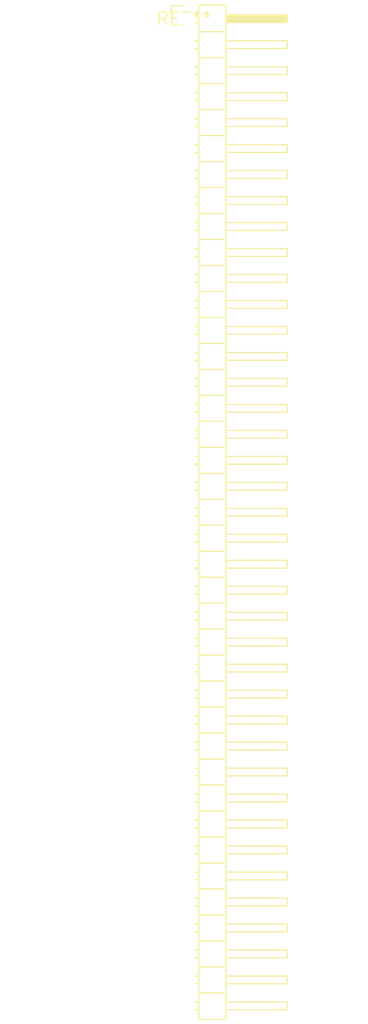
<source format=kicad_pcb>
(kicad_pcb (version 20240108) (generator pcbnew)
  (layers (0 "F.Cu" signal) (31 "B.Cu" signal) (34 "B.Paste" user) (35 "F.Paste" user) (36 "B.SilkS" user "B.Silkscreen") (37 "F.SilkS" user "F.Silkscreen") (38 "B.Mask" user) (39 "F.Mask" user) (44 "Edge.Cuts" user))
  (net 0 "")
  (footprint "PinHeader_1x39_P2.54mm_Horizontal" (layer "F.Cu") (at 0 0)
    (property "Reference" "REF**")
    (property "Value" "PinHeader_1x39_P2.54mm_Horizontal")
    (fp_line (start -1.27 -1.27) (end 0 -1.27) (layer "F.SilkS") (stroke (width 0.12)))
    (fp_line (start -1.27 0) (end -1.27 -1.27) (layer "F.SilkS") (stroke (width 0.12)))
    (fp_line (start 1.042929 2.16) (end 1.44 2.16) (layer "F.SilkS") (stroke (width 0.12)))
    (fp_line (start 1.042929 2.92) (end 1.44 2.92) (layer "F.SilkS") (stroke (width 0.12)))
    (fp_line (start 1.042929 4.7) (end 1.44 4.7) (layer "F.SilkS") (stroke (width 0.12)))
    (fp_line (start 1.042929 5.46) (end 1.44 5.46) (layer "F.SilkS") (stroke (width 0.12)))
    (fp_line (start 1.042929 7.24) (end 1.44 7.24) (layer "F.SilkS") (stroke (width 0.12)))
    (fp_line (start 1.042929 8) (end 1.44 8) (layer "F.SilkS") (stroke (width 0.12)))
    (fp_line (start 1.042929 9.78) (end 1.44 9.78) (layer "F.SilkS") (stroke (width 0.12)))
    (fp_line (start 1.042929 10.54) (end 1.44 10.54) (layer "F.SilkS") (stroke (width 0.12)))
    (fp_line (start 1.042929 12.32) (end 1.44 12.32) (layer "F.SilkS") (stroke (width 0.12)))
    (fp_line (start 1.042929 13.08) (end 1.44 13.08) (layer "F.SilkS") (stroke (width 0.12)))
    (fp_line (start 1.042929 14.86) (end 1.44 14.86) (layer "F.SilkS") (stroke (width 0.12)))
    (fp_line (start 1.042929 15.62) (end 1.44 15.62) (layer "F.SilkS") (stroke (width 0.12)))
    (fp_line (start 1.042929 17.4) (end 1.44 17.4) (layer "F.SilkS") (stroke (width 0.12)))
    (fp_line (start 1.042929 18.16) (end 1.44 18.16) (layer "F.SilkS") (stroke (width 0.12)))
    (fp_line (start 1.042929 19.94) (end 1.44 19.94) (layer "F.SilkS") (stroke (width 0.12)))
    (fp_line (start 1.042929 20.7) (end 1.44 20.7) (layer "F.SilkS") (stroke (width 0.12)))
    (fp_line (start 1.042929 22.48) (end 1.44 22.48) (layer "F.SilkS") (stroke (width 0.12)))
    (fp_line (start 1.042929 23.24) (end 1.44 23.24) (layer "F.SilkS") (stroke (width 0.12)))
    (fp_line (start 1.042929 25.02) (end 1.44 25.02) (layer "F.SilkS") (stroke (width 0.12)))
    (fp_line (start 1.042929 25.78) (end 1.44 25.78) (layer "F.SilkS") (stroke (width 0.12)))
    (fp_line (start 1.042929 27.56) (end 1.44 27.56) (layer "F.SilkS") (stroke (width 0.12)))
    (fp_line (start 1.042929 28.32) (end 1.44 28.32) (layer "F.SilkS") (stroke (width 0.12)))
    (fp_line (start 1.042929 30.1) (end 1.44 30.1) (layer "F.SilkS") (stroke (width 0.12)))
    (fp_line (start 1.042929 30.86) (end 1.44 30.86) (layer "F.SilkS") (stroke (width 0.12)))
    (fp_line (start 1.042929 32.64) (end 1.44 32.64) (layer "F.SilkS") (stroke (width 0.12)))
    (fp_line (start 1.042929 33.4) (end 1.44 33.4) (layer "F.SilkS") (stroke (width 0.12)))
    (fp_line (start 1.042929 35.18) (end 1.44 35.18) (layer "F.SilkS") (stroke (width 0.12)))
    (fp_line (start 1.042929 35.94) (end 1.44 35.94) (layer "F.SilkS") (stroke (width 0.12)))
    (fp_line (start 1.042929 37.72) (end 1.44 37.72) (layer "F.SilkS") (stroke (width 0.12)))
    (fp_line (start 1.042929 38.48) (end 1.44 38.48) (layer "F.SilkS") (stroke (width 0.12)))
    (fp_line (start 1.042929 40.26) (end 1.44 40.26) (layer "F.SilkS") (stroke (width 0.12)))
    (fp_line (start 1.042929 41.02) (end 1.44 41.02) (layer "F.SilkS") (stroke (width 0.12)))
    (fp_line (start 1.042929 42.8) (end 1.44 42.8) (layer "F.SilkS") (stroke (width 0.12)))
    (fp_line (start 1.042929 43.56) (end 1.44 43.56) (layer "F.SilkS") (stroke (width 0.12)))
    (fp_line (start 1.042929 45.34) (end 1.44 45.34) (layer "F.SilkS") (stroke (width 0.12)))
    (fp_line (start 1.042929 46.1) (end 1.44 46.1) (layer "F.SilkS") (stroke (width 0.12)))
    (fp_line (start 1.042929 47.88) (end 1.44 47.88) (layer "F.SilkS") (stroke (width 0.12)))
    (fp_line (start 1.042929 48.64) (end 1.44 48.64) (layer "F.SilkS") (stroke (width 0.12)))
    (fp_line (start 1.042929 50.42) (end 1.44 50.42) (layer "F.SilkS") (stroke (width 0.12)))
    (fp_line (start 1.042929 51.18) (end 1.44 51.18) (layer "F.SilkS") (stroke (width 0.12)))
    (fp_line (start 1.042929 52.96) (end 1.44 52.96) (layer "F.SilkS") (stroke (width 0.12)))
    (fp_line (start 1.042929 53.72) (end 1.44 53.72) (layer "F.SilkS") (stroke (width 0.12)))
    (fp_line (start 1.042929 55.5) (end 1.44 55.5) (layer "F.SilkS") (stroke (width 0.12)))
    (fp_line (start 1.042929 56.26) (end 1.44 56.26) (layer "F.SilkS") (stroke (width 0.12)))
    (fp_line (start 1.042929 58.04) (end 1.44 58.04) (layer "F.SilkS") (stroke (width 0.12)))
    (fp_line (start 1.042929 58.8) (end 1.44 58.8) (layer "F.SilkS") (stroke (width 0.12)))
    (fp_line (start 1.042929 60.58) (end 1.44 60.58) (layer "F.SilkS") (stroke (width 0.12)))
    (fp_line (start 1.042929 61.34) (end 1.44 61.34) (layer "F.SilkS") (stroke (width 0.12)))
    (fp_line (start 1.042929 63.12) (end 1.44 63.12) (layer "F.SilkS") (stroke (width 0.12)))
    (fp_line (start 1.042929 63.88) (end 1.44 63.88) (layer "F.SilkS") (stroke (width 0.12)))
    (fp_line (start 1.042929 65.66) (end 1.44 65.66) (layer "F.SilkS") (stroke (width 0.12)))
    (fp_line (start 1.042929 66.42) (end 1.44 66.42) (layer "F.SilkS") (stroke (width 0.12)))
    (fp_line (start 1.042929 68.2) (end 1.44 68.2) (layer "F.SilkS") (stroke (width 0.12)))
    (fp_line (start 1.042929 68.96) (end 1.44 68.96) (layer "F.SilkS") (stroke (width 0.12)))
    (fp_line (start 1.042929 70.74) (end 1.44 70.74) (layer "F.SilkS") (stroke (width 0.12)))
    (fp_line (start 1.042929 71.5) (end 1.44 71.5) (layer "F.SilkS") (stroke (width 0.12)))
    (fp_line (start 1.042929 73.28) (end 1.44 73.28) (layer "F.SilkS") (stroke (width 0.12)))
    (fp_line (start 1.042929 74.04) (end 1.44 74.04) (layer "F.SilkS") (stroke (width 0.12)))
    (fp_line (start 1.042929 75.82) (end 1.44 75.82) (layer "F.SilkS") (stroke (width 0.12)))
    (fp_line (start 1.042929 76.58) (end 1.44 76.58) (layer "F.SilkS") (stroke (width 0.12)))
    (fp_line (start 1.042929 78.36) (end 1.44 78.36) (layer "F.SilkS") (stroke (width 0.12)))
    (fp_line (start 1.042929 79.12) (end 1.44 79.12) (layer "F.SilkS") (stroke (width 0.12)))
    (fp_line (start 1.042929 80.9) (end 1.44 80.9) (layer "F.SilkS") (stroke (width 0.12)))
    (fp_line (start 1.042929 81.66) (end 1.44 81.66) (layer "F.SilkS") (stroke (width 0.12)))
    (fp_line (start 1.042929 83.44) (end 1.44 83.44) (layer "F.SilkS") (stroke (width 0.12)))
    (fp_line (start 1.042929 84.2) (end 1.44 84.2) (layer "F.SilkS") (stroke (width 0.12)))
    (fp_line (start 1.042929 85.98) (end 1.44 85.98) (layer "F.SilkS") (stroke (width 0.12)))
    (fp_line (start 1.042929 86.74) (end 1.44 86.74) (layer "F.SilkS") (stroke (width 0.12)))
    (fp_line (start 1.042929 88.52) (end 1.44 88.52) (layer "F.SilkS") (stroke (width 0.12)))
    (fp_line (start 1.042929 89.28) (end 1.44 89.28) (layer "F.SilkS") (stroke (width 0.12)))
    (fp_line (start 1.042929 91.06) (end 1.44 91.06) (layer "F.SilkS") (stroke (width 0.12)))
    (fp_line (start 1.042929 91.82) (end 1.44 91.82) (layer "F.SilkS") (stroke (width 0.12)))
    (fp_line (start 1.042929 93.6) (end 1.44 93.6) (layer "F.SilkS") (stroke (width 0.12)))
    (fp_line (start 1.042929 94.36) (end 1.44 94.36) (layer "F.SilkS") (stroke (width 0.12)))
    (fp_line (start 1.042929 96.14) (end 1.44 96.14) (layer "F.SilkS") (stroke (width 0.12)))
    (fp_line (start 1.042929 96.9) (end 1.44 96.9) (layer "F.SilkS") (stroke (width 0.12)))
    (fp_line (start 1.11 -0.38) (end 1.44 -0.38) (layer "F.SilkS") (stroke (width 0.12)))
    (fp_line (start 1.11 0.38) (end 1.44 0.38) (layer "F.SilkS") (stroke (width 0.12)))
    (fp_line (start 1.44 -1.33) (end 1.44 97.85) (layer "F.SilkS") (stroke (width 0.12)))
    (fp_line (start 1.44 1.27) (end 4.1 1.27) (layer "F.SilkS") (stroke (width 0.12)))
    (fp_line (start 1.44 3.81) (end 4.1 3.81) (layer "F.SilkS") (stroke (width 0.12)))
    (fp_line (start 1.44 6.35) (end 4.1 6.35) (layer "F.SilkS") (stroke (width 0.12)))
    (fp_line (start 1.44 8.89) (end 4.1 8.89) (layer "F.SilkS") (stroke (width 0.12)))
    (fp_line (start 1.44 11.43) (end 4.1 11.43) (layer "F.SilkS") (stroke (width 0.12)))
    (fp_line (start 1.44 13.97) (end 4.1 13.97) (layer "F.SilkS") (stroke (width 0.12)))
    (fp_line (start 1.44 16.51) (end 4.1 16.51) (layer "F.SilkS") (stroke (width 0.12)))
    (fp_line (start 1.44 19.05) (end 4.1 19.05) (layer "F.SilkS") (stroke (width 0.12)))
    (fp_line (start 1.44 21.59) (end 4.1 21.59) (layer "F.SilkS") (stroke (width 0.12)))
    (fp_line (start 1.44 24.13) (end 4.1 24.13) (layer "F.SilkS") (stroke (width 0.12)))
    (fp_line (start 1.44 26.67) (end 4.1 26.67) (layer "F.SilkS") (stroke (width 0.12)))
    (fp_line (start 1.44 29.21) (end 4.1 29.21) (layer "F.SilkS") (stroke (width 0.12)))
    (fp_line (start 1.44 31.75) (end 4.1 31.75) (layer "F.SilkS") (stroke (width 0.12)))
    (fp_line (start 1.44 34.29) (end 4.1 34.29) (layer "F.SilkS") (stroke (width 0.12)))
    (fp_line (start 1.44 36.83) (end 4.1 36.83) (layer "F.SilkS") (stroke (width 0.12)))
    (fp_line (start 1.44 39.37) (end 4.1 39.37) (layer "F.SilkS") (stroke (width 0.12)))
    (fp_line (start 1.44 41.91) (end 4.1 41.91) (layer "F.SilkS") (stroke (width 0.12)))
    (fp_line (start 1.44 44.45) (end 4.1 44.45) (layer "F.SilkS") (stroke (width 0.12)))
    (fp_line (start 1.44 46.99) (end 4.1 46.99) (layer "F.SilkS") (stroke (width 0.12)))
    (fp_line (start 1.44 49.53) (end 4.1 49.53) (layer "F.SilkS") (stroke (width 0.12)))
    (fp_line (start 1.44 52.07) (end 4.1 52.07) (layer "F.SilkS") (stroke (width 0.12)))
    (fp_line (start 1.44 54.61) (end 4.1 54.61) (layer "F.SilkS") (stroke (width 0.12)))
    (fp_line (start 1.44 57.15) (end 4.1 57.15) (layer "F.SilkS") (stroke (width 0.12)))
    (fp_line (start 1.44 59.69) (end 4.1 59.69) (layer "F.SilkS") (stroke (width 0.12)))
    (fp_line (start 1.44 62.23) (end 4.1 62.23) (layer "F.SilkS") (stroke (width 0.12)))
    (fp_line (start 1.44 64.77) (end 4.1 64.77) (layer "F.SilkS") (stroke (width 0.12)))
    (fp_line (start 1.44 67.31) (end 4.1 67.31) (layer "F.SilkS") (stroke (width 0.12)))
    (fp_line (start 1.44 69.85) (end 4.1 69.85) (layer "F.SilkS") (stroke (width 0.12)))
    (fp_line (start 1.44 72.39) (end 4.1 72.39) (layer "F.SilkS") (stroke (width 0.12)))
    (fp_line (start 1.44 74.93) (end 4.1 74.93) (layer "F.SilkS") (stroke (width 0.12)))
    (fp_line (start 1.44 77.47) (end 4.1 77.47) (layer "F.SilkS") (stroke (width 0.12)))
    (fp_line (start 1.44 80.01) (end 4.1 80.01) (layer "F.SilkS") (stroke (width 0.12)))
    (fp_line (start 1.44 82.55) (end 4.1 82.55) (layer "F.SilkS") (stroke (width 0.12)))
    (fp_line (start 1.44 85.09) (end 4.1 85.09) (layer "F.SilkS") (stroke (width 0.12)))
    (fp_line (start 1.44 87.63) (end 4.1 87.63) (layer "F.SilkS") (stroke (width 0.12)))
    (fp_line (start 1.44 90.17) (end 4.1 90.17) (layer "F.SilkS") (stroke (width 0.12)))
    (fp_line (start 1.44 92.71) (end 4.1 92.71) (layer "F.SilkS") (stroke (width 0.12)))
    (fp_line (start 1.44 95.25) (end 4.1 95.25) (layer "F.SilkS") (stroke (width 0.12)))
    (fp_line (start 1.44 97.85) (end 4.1 97.85) (layer "F.SilkS") (stroke (width 0.12)))
    (fp_line (start 4.1 -1.33) (end 1.44 -1.33) (layer "F.SilkS") (stroke (width 0.12)))
    (fp_line (start 4.1 -0.38) (end 10.1 -0.38) (layer "F.SilkS") (stroke (width 0.12)))
    (fp_line (start 4.1 -0.32) (end 10.1 -0.32) (layer "F.SilkS") (stroke (width 0.12)))
    (fp_line (start 4.1 -0.2) (end 10.1 -0.2) (layer "F.SilkS") (stroke (width 0.12)))
    (fp_line (start 4.1 -0.08) (end 10.1 -0.08) (layer "F.SilkS") (stroke (width 0.12)))
    (fp_line (start 4.1 0.04) (end 10.1 0.04) (layer "F.SilkS") (stroke (width 0.12)))
    (fp_line (start 4.1 0.16) (end 10.1 0.16) (layer "F.SilkS") (stroke (width 0.12)))
    (fp_line (start 4.1 0.28) (end 10.1 0.28) (layer "F.SilkS") (stroke (width 0.12)))
    (fp_line (start 4.1 2.16) (end 10.1 2.16) (layer "F.SilkS") (stroke (width 0.12)))
    (fp_line (start 4.1 4.7) (end 10.1 4.7) (layer "F.SilkS") (stroke (width 0.12)))
    (fp_line (start 4.1 7.24) (end 10.1 7.24) (layer "F.SilkS") (stroke (width 0.12)))
    (fp_line (start 4.1 9.78) (end 10.1 9.78) (layer "F.SilkS") (stroke (width 0.12)))
    (fp_line (start 4.1 12.32) (end 10.1 12.32) (layer "F.SilkS") (stroke (width 0.12)))
    (fp_line (start 4.1 14.86) (end 10.1 14.86) (layer "F.SilkS") (stroke (width 0.12)))
    (fp_line (start 4.1 17.4) (end 10.1 17.4) (layer "F.SilkS") (stroke (width 0.12)))
    (fp_line (start 4.1 19.94) (end 10.1 19.94) (layer "F.SilkS") (stroke (width 0.12)))
    (fp_line (start 4.1 22.48) (end 10.1 22.48) (layer "F.SilkS") (stroke (width 0.12)))
    (fp_line (start 4.1 25.02) (end 10.1 25.02) (layer "F.SilkS") (stroke (width 0.12)))
    (fp_line (start 4.1 27.56) (end 10.1 27.56) (layer "F.SilkS") (stroke (width 0.12)))
    (fp_line (start 4.1 30.1) (end 10.1 30.1) (layer "F.SilkS") (stroke (width 0.12)))
    (fp_line (start 4.1 32.64) (end 10.1 32.64) (layer "F.SilkS") (stroke (width 0.12)))
    (fp_line (start 4.1 35.18) (end 10.1 35.18) (layer "F.SilkS") (stroke (width 0.12)))
    (fp_line (start 4.1 37.72) (end 10.1 37.72) (layer "F.SilkS") (stroke (width 0.12)))
    (fp_line (start 4.1 40.26) (end 10.1 40.26) (layer "F.SilkS") (stroke (width 0.12)))
    (fp_line (start 4.1 42.8) (end 10.1 42.8) (layer "F.SilkS") (stroke (width 0.12)))
    (fp_line (start 4.1 45.34) (end 10.1 45.34) (layer "F.SilkS") (stroke (width 0.12)))
    (fp_line (start 4.1 47.88) (end 10.1 47.88) (layer "F.SilkS") (stroke (width 0.12)))
    (fp_line (start 4.1 50.42) (end 10.1 50.42) (layer "F.SilkS") (stroke (width 0.12)))
    (fp_line (start 4.1 52.96) (end 10.1 52.96) (layer "F.SilkS") (stroke (width 0.12)))
    (fp_line (start 4.1 55.5) (end 10.1 55.5) (layer "F.SilkS") (stroke (width 0.12)))
    (fp_line (start 4.1 58.04) (end 10.1 58.04) (layer "F.SilkS") (stroke (width 0.12)))
    (fp_line (start 4.1 60.58) (end 10.1 60.58) (layer "F.SilkS") (stroke (width 0.12)))
    (fp_line (start 4.1 63.12) (end 10.1 63.12) (layer "F.SilkS") (stroke (width 0.12)))
    (fp_line (start 4.1 65.66) (end 10.1 65.66) (layer "F.SilkS") (stroke (width 0.12)))
    (fp_line (start 4.1 68.2) (end 10.1 68.2) (layer "F.SilkS") (stroke (width 0.12)))
    (fp_line (start 4.1 70.74) (end 10.1 70.74) (layer "F.SilkS") (stroke (width 0.12)))
    (fp_line (start 4.1 73.28) (end 10.1 73.28) (layer "F.SilkS") (stroke (width 0.12)))
    (fp_line (start 4.1 75.82) (end 10.1 75.82) (layer "F.SilkS") (stroke (width 0.12)))
    (fp_line (start 4.1 78.36) (end 10.1 78.36) (layer "F.SilkS") (stroke (width 0.12)))
    (fp_line (start 4.1 80.9) (end 10.1 80.9) (layer "F.SilkS") (stroke (width 0.12)))
    (fp_line (start 4.1 83.44) (end 10.1 83.44) (layer "F.SilkS") (stroke (width 0.12)))
    (fp_line (start 4.1 85.98) (end 10.1 85.98) (layer "F.SilkS") (stroke (width 0.12)))
    (fp_line (start 4.1 88.52) (end 10.1 88.52) (layer "F.SilkS") (stroke (width 0.12)))
    (fp_line (start 4.1 91.06) (end 10.1 91.06) (layer "F.SilkS") (stroke (width 0.12)))
    (fp_line (start 4.1 93.6) (end 10.1 93.6) (layer "F.SilkS") (stroke (width 0.12)))
    (fp_line (start 4.1 96.14) (end 10.1 96.14) (layer "F.SilkS") (stroke (width 0.12)))
    (fp_line (start 4.1 97.85) (end 4.1 -1.33) (layer "F.SilkS") (stroke (width 0.12)))
    (fp_line (start 10.1 -0.38) (end 10.1 0.38) (layer "F.SilkS") (stroke (width 0.12)))
    (fp_line (start 10.1 0.38) (end 4.1 0.38) (layer "F.SilkS") (stroke (width 0.12)))
    (fp_line (start 10.1 2.16) (end 10.1 2.92) (layer "F.SilkS") (stroke (width 0.12)))
    (fp_line (start 10.1 2.92) (end 4.1 2.92) (layer "F.SilkS") (stroke (width 0.12)))
    (fp_line (start 10.1 4.7) (end 10.1 5.46) (layer "F.SilkS") (stroke (width 0.12)))
    (fp_line (start 10.1 5.46) (end 4.1 5.46) (layer "F.SilkS") (stroke (width 0.12)))
    (fp_line (start 10.1 7.24) (end 10.1 8) (layer "F.SilkS") (stroke (width 0.12)))
    (fp_line (start 10.1 8) (end 4.1 8) (layer "F.SilkS") (stroke (width 0.12)))
    (fp_line (start 10.1 9.78) (end 10.1 10.54) (layer "F.SilkS") (stroke (width 0.12)))
    (fp_line (start 10.1 10.54) (end 4.1 10.54) (layer "F.SilkS") (stroke (width 0.12)))
    (fp_line (start 10.1 12.32) (end 10.1 13.08) (layer "F.SilkS") (stroke (width 0.12)))
    (fp_line (start 10.1 13.08) (end 4.1 13.08) (layer "F.SilkS") (stroke (width 0.12)))
    (fp_line (start 10.1 14.86) (end 10.1 15.62) (layer "F.SilkS") (stroke (width 0.12)))
    (fp_line (start 10.1 15.62) (end 4.1 15.62) (layer "F.SilkS") (stroke (width 0.12)))
    (fp_line (start 10.1 17.4) (end 10.1 18.16) (layer "F.SilkS") (stroke (width 0.12)))
    (fp_line (start 10.1 18.16) (end 4.1 18.16) (layer "F.SilkS") (stroke (width 0.12)))
    (fp_line (start 10.1 19.94) (end 10.1 20.7) (layer "F.SilkS") (stroke (width 0.12)))
    (fp_line (start 10.1 20.7) (end 4.1 20.7) (layer "F.SilkS") (stroke (width 0.12)))
    (fp_line (start 10.1 22.48) (end 10.1 23.24) (layer "F.SilkS") (stroke (width 0.12)))
    (fp_line (start 10.1 23.24) (end 4.1 23.24) (layer "F.SilkS") (stroke (width 0.12)))
    (fp_line (start 10.1 25.02) (end 10.1 25.78) (layer "F.SilkS") (stroke (width 0.12)))
    (fp_line (start 10.1 25.78) (end 4.1 25.78) (layer "F.SilkS") (stroke (width 0.12)))
    (fp_line (start 10.1 27.56) (end 10.1 28.32) (layer "F.SilkS") (stroke (width 0.12)))
    (fp_line (start 10.1 28.32) (end 4.1 28.32) (layer "F.SilkS") (stroke (width 0.12)))
    (fp_line (start 10.1 30.1) (end 10.1 30.86) (layer "F.SilkS") (stroke (width 0.12)))
    (fp_line (start 10.1 30.86) (end 4.1 30.86) (layer "F.SilkS") (stroke (width 0.12)))
    (fp_line (start 10.1 32.64) (end 10.1 33.4) (layer "F.SilkS") (stroke (width 0.12)))
    (fp_line (start 10.1 33.4) (end 4.1 33.4) (layer "F.SilkS") (stroke (width 0.12)))
    (fp_line (start 10.1 35.18) (end 10.1 35.94) (layer "F.SilkS") (stroke (width 0.12)))
    (fp_line (start 10.1 35.94) (end 4.1 35.94) (layer "F.SilkS") (stroke (width 0.12)))
    (fp_line (start 10.1 37.72) (end 10.1 38.48) (layer "F.SilkS") (stroke (width 0.12)))
    (fp_line (start 10.1 38.48) (end 4.1 38.48) (layer "F.SilkS") (stroke (width 0.12)))
    (fp_line (start 10.1 40.26) (end 10.1 41.02) (layer "F.SilkS") (stroke (width 0.12)))
    (fp_line (start 10.1 41.02) (end 4.1 41.02) (layer "F.SilkS") (stroke (width 0.12)))
    (fp_line (start 10.1 42.8) (end 10.1 43.56) (layer "F.SilkS") (stroke (width 0.12)))
    (fp_line (start 10.1 43.56) (end 4.1 43.56) (layer "F.SilkS") (stroke (width 0.12)))
    (fp_line (start 10.1 45.34) (end 10.1 46.1) (layer "F.SilkS") (stroke (width 0.12)))
    (fp_line (start 10.1 46.1) (end 4.1 46.1) (layer "F.SilkS") (stroke (width 0.12)))
    (fp_line (start 10.1 47.88) (end 10.1 48.64) (layer "F.SilkS") (stroke (width 0.12)))
    (fp_line (start 10.1 48.64) (end 4.1 48.64) (layer "F.SilkS") (stroke (width 0.12)))
    (fp_line (start 10.1 50.42) (end 10.1 51.18) (layer "F.SilkS") (stroke (width 0.12)))
    (fp_line (start 10.1 51.18) (end 4.1 51.18) (layer "F.SilkS") (stroke (width 0.12)))
    (fp_line (start 10.1 52.96) (end 10.1 53.72) (layer "F.SilkS") (stroke (width 0.12)))
    (fp_line (start 10.1 53.72) (end 4.1 53.72) (layer "F.SilkS") (stroke (width 0.12)))
    (fp_line (start 10.1 55.5) (end 10.1 56.26) (layer "F.SilkS") (stroke (width 0.12)))
    (fp_line (start 10.1 56.26) (end 4.1 56.26) (layer "F.SilkS") (stroke (width 0.12)))
    (fp_line (start 10.1 58.04) (end 10.1 58.8) (layer "F.SilkS") (stroke (width 0.12)))
    (fp_line (start 10.1 58.8) (end 4.1 58.8) (layer "F.SilkS") (stroke (width 0.12)))
    (fp_line (start 10.1 60.58) (end 10.1 61.34) (layer "F.SilkS") (stroke (width 0.12)))
    (fp_line (start 10.1 61.34) (end 4.1 61.34) (layer "F.SilkS") (stroke (width 0.12)))
    (fp_line (start 10.1 63.12) (end 10.1 63.88) (layer "F.SilkS") (stroke (width 0.12)))
    (fp_line (start 10.1 63.88) (end 4.1 63.88) (layer "F.SilkS") (stroke (width 0.12)))
    (fp_line (start 10.1 65.66) (end 10.1 66.42) (layer "F.SilkS") (stroke (width 0.12)))
    (fp_line (start 10.1 66.42) (end 4.1 66.42) (layer "F.SilkS") (stroke (width 0.12)))
    (fp_line (start 10.1 68.2) (end 10.1 68.96) (layer "F.SilkS") (stroke (width 0.12)))
    (fp_line (start 10.1 68.96) (end 4.1 68.96) (layer "F.SilkS") (stroke (width 0.12)))
    (fp_line (start 10.1 70.74) (end 10.1 71.5) (layer "F.SilkS") (stroke (width 0.12)))
    (fp_line (start 10.1 71.5) (end 4.1 71.5) (layer "F.SilkS") (stroke (width 0.12)))
    (fp_line (start 10.1 73.28) (end 10.1 74.04) (layer "F.SilkS") (stroke (width 0.12)))
    (fp_line (start 10.1 74.04) (end 4.1 74.04) (layer "F.SilkS") (stroke (width 0.12)))
    (fp_line (start 10.1 75.82) (end 10.1 76.58) (layer "F.SilkS") (stroke (width 0.12)))
    (fp_line (start 10.1 76.58) (end 4.1 76.58) (layer "F.SilkS") (stroke (width 0.12)))
    (fp_line (start 10.1 78.36) (end 10.1 79.12) (layer "F.SilkS") (stroke (width 0.12)))
    (fp_line (start 10.1 79.12) (end 4.1 79.12) (layer "F.SilkS") (stroke (width 0.12)))
    (fp_line (start 10.1 80.9) (end 10.1 81.66) (layer "F.SilkS") (stroke (width 0.12)))
    (fp_line (start 10.1 81.66) (end 4.1 81.66) (layer "F.SilkS") (stroke (width 0.12)))
    (fp_line (start 10.1 83.44) (end 10.1 84.2) (layer "F.SilkS") (stroke (width 0.12)))
    (fp_line (start 10.1 84.2) (end 4.1 84.2) (layer "F.SilkS") (stroke (width 0.12)))
    (fp_line (start 10.1 85.98) (end 10.1 86.74) (layer "F.SilkS") (stroke (width 0.12)))
    (fp_line (start 10.1 86.74) (end 4.1 86.74) (layer "F.SilkS") (stroke (width 0.12)))
    (fp_line (start 10.1 88.52) (end 10.1 89.28) (layer "F.SilkS") (stroke (width 0.12)))
    (fp_line (start 10.1 89.28) (end 4.1 89.28) (layer "F.SilkS") (stroke (width 0.12)))
    (fp_line (start 10.1 91.06) (end 10.1 91.82) (layer "F.SilkS") (stroke (width 0.12)))
    (fp_line (start 10.1 91.82) (end 4.1 91.82) (layer "F.SilkS") (stroke (width 0.12)))
    (fp_line (start 10.1 93.6) (end 10.1 94.36) (layer "F.SilkS") (stroke (width 0.12)))
    (fp_line (start 10.1 94.36) (end 4.1 94.36) (layer "F.SilkS") (stroke (width 0.12)))
    (fp_line (start 10.1 96.14) (end 10.1 96.9) (layer "F.SilkS") (stroke (width 0.12)))
    (fp_line (start 10.1 96.9) (end 4.1 96.9) (layer "F.SilkS") (stroke (width 0.12)))
    (pad "1" thru_hole rect (at 0 0) (size 1.7 1.7) (drill 1) (layers *.Cu *.Mask) (remove_unused_layers))
    (pad "2" thru_hole oval (at 0 2.54) (size 1.7 1.7) (drill 1) (layers *.Cu *.Mask) (remove_unused_layers))
    (pad "3" thru_hole oval (at 0 5.08) (size 1.7 1.7) (drill 1) (layers *.Cu *.Mask) (remove_unused_layers))
    (pad "4" thru_hole oval (at 0 7.62) (size 1.7 1.7) (drill 1) (layers *.Cu *.Mask) (remove_unused_layers))
    (pad "5" thru_hole oval (at 0 10.16) (size 1.7 1.7) (drill 1) (layers *.Cu *.Mask) (remove_unused_layers))
    (pad "6" thru_hole oval (at 0 12.7) (size 1.7 1.7) (drill 1) (layers *.Cu *.Mask) (remove_unused_layers))
    (pad "7" thru_hole oval (at 0 15.24) (size 1.7 1.7) (drill 1) (layers *.Cu *.Mask) (remove_unused_layers))
    (pad "8" thru_hole oval (at 0 17.78) (size 1.7 1.7) (drill 1) (layers *.Cu *.Mask) (remove_unused_layers))
    (pad "9" thru_hole oval (at 0 20.32) (size 1.7 1.7) (drill 1) (layers *.Cu *.Mask) (remove_unused_layers))
    (pad "10" thru_hole oval (at 0 22.86) (size 1.7 1.7) (drill 1) (layers *.Cu *.Mask) (remove_unused_layers))
    (pad "11" thru_hole oval (at 0 25.4) (size 1.7 1.7) (drill 1) (layers *.Cu *.Mask) (remove_unused_layers))
    (pad "12" thru_hole oval (at 0 27.94) (size 1.7 1.7) (drill 1) (layers *.Cu *.Mask) (remove_unused_layers))
    (pad "13" thru_hole oval (at 0 30.48) (size 1.7 1.7) (drill 1) (layers *.Cu *.Mask) (remove_unused_layers))
    (pad "14" thru_hole oval (at 0 33.02) (size 1.7 1.7) (drill 1) (layers *.Cu *.Mask) (remove_unused_layers))
    (pad "15" thru_hole oval (at 0 35.56) (size 1.7 1.7) (drill 1) (layers *.Cu *.Mask) (remove_unused_layers))
    (pad "16" thru_hole oval (at 0 38.1) (size 1.7 1.7) (drill 1) (layers *.Cu *.Mask) (remove_unused_layers))
    (pad "17" thru_hole oval (at 0 40.64) (size 1.7 1.7) (drill 1) (layers *.Cu *.Mask) (remove_unused_layers))
    (pad "18" thru_hole oval (at 0 43.18) (size 1.7 1.7) (drill 1) (layers *.Cu *.Mask) (remove_unused_layers))
    (pad "19" thru_hole oval (at 0 45.72) (size 1.7 1.7) (drill 1) (layers *.Cu *.Mask) (remove_unused_layers))
    (pad "20" thru_hole oval (at 0 48.26) (size 1.7 1.7) (drill 1) (layers *.Cu *.Mask) (remove_unused_layers))
    (pad "21" thru_hole oval (at 0 50.8) (size 1.7 1.7) (drill 1) (layers *.Cu *.Mask) (remove_unused_layers))
    (pad "22" thru_hole oval (at 0 53.34) (size 1.7 1.7) (drill 1) (layers *.Cu *.Mask) (remove_unused_layers))
    (pad "23" thru_hole oval (at 0 55.88) (size 1.7 1.7) (drill 1) (layers *.Cu *.Mask) (remove_unused_layers))
    (pad "24" thru_hole oval (at 0 58.42) (size 1.7 1.7) (drill 1) (layers *.Cu *.Mask) (remove_unused_layers))
    (pad "25" thru_hole oval (at 0 60.96) (size 1.7 1.7) (drill 1) (layers *.Cu *.Mask) (remove_unused_layers))
    (pad "26" thru_hole oval (at 0 63.5) (size 1.7 1.7) (drill 1) (layers *.Cu *.Mask) (remove_unused_layers))
    (pad "27" thru_hole oval (at 0 66.04) (size 1.7 1.7) (drill 1) (layers *.Cu *.Mask) (remove_unused_layers))
    (pad "28" thru_hole oval (at 0 68.58) (size 1.7 1.7) (drill 1) (layers *.Cu *.Mask) (remove_unused_layers))
    (pad "29" thru_hole oval (at 0 71.12) (size 1.7 1.7) (drill 1) (layers *.Cu *.Mask) (remove_unused_layers))
    (pad "30" thru_hole oval (at 0 73.66) (size 1.7 1.7) (drill 1) (layers *.Cu *.Mask) (remove_unused_layers))
    (pad "31" thru_hole oval (at 0 76.2) (size 1.7 1.7) (drill 1) (layers *.Cu *.Mask) (remove_unused_layers))
    (pad "32" thru_hole oval (at 0 78.74) (size 1.7 1.7) (drill 1) (layers *.Cu *.Mask) (remove_unused_layers))
    (pad "33" thru_hole oval (at 0 81.28) (size 1.7 1.7) (drill 1) (layers *.Cu *.Mask) (remove_unused_layers))
    (pad "34" thru_hole oval (at 0 83.82) (size 1.7 1.7) (drill 1) (layers *.Cu *.Mask) (remove_unused_layers))
    (pad "35" thru_hole oval (at 0 86.36) (size 1.7 1.7) (drill 1) (layers *.Cu *.Mask) (remove_unused_layers))
    (pad "36" thru_hole oval (at 0 88.9) (size 1.7 1.7) (drill 1) (layers *.Cu *.Mask) (remove_unused_layers))
    (pad "37" thru_hole oval (at 0 91.44) (size 1.7 1.7) (drill 1) (layers *.Cu *.Mask) (remove_unused_layers))
    (pad "38" thru_hole oval (at 0 93.98) (size 1.7 1.7) (drill 1) (layers *.Cu *.Mask) (remove_unused_layers))
    (pad "39" thru_hole oval (at 0 96.52) (size 1.7 1.7) (drill 1) (layers *.Cu *.Mask) (remove_unused_layers))
  )
)
</source>
